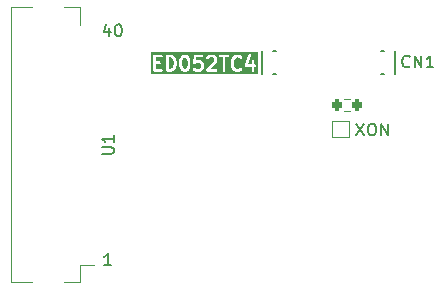
<source format=gto>
%TF.GenerationSoftware,KiCad,Pcbnew,7.0.11-7.0.11~ubuntu22.04.1*%
%TF.CreationDate,2024-12-09T17:56:29+01:00*%
%TF.ProjectId,40_to_WP27D-P050VA3,34305f74-6f5f-4575-9032-37442d503035,rev?*%
%TF.SameCoordinates,Original*%
%TF.FileFunction,Legend,Top*%
%TF.FilePolarity,Positive*%
%FSLAX46Y46*%
G04 Gerber Fmt 4.6, Leading zero omitted, Abs format (unit mm)*
G04 Created by KiCad (PCBNEW 7.0.11-7.0.11~ubuntu22.04.1) date 2024-12-09 17:56:29*
%MOMM*%
%LPD*%
G01*
G04 APERTURE LIST*
G04 Aperture macros list*
%AMRoundRect*
0 Rectangle with rounded corners*
0 $1 Rounding radius*
0 $2 $3 $4 $5 $6 $7 $8 $9 X,Y pos of 4 corners*
0 Add a 4 corners polygon primitive as box body*
4,1,4,$2,$3,$4,$5,$6,$7,$8,$9,$2,$3,0*
0 Add four circle primitives for the rounded corners*
1,1,$1+$1,$2,$3*
1,1,$1+$1,$4,$5*
1,1,$1+$1,$6,$7*
1,1,$1+$1,$8,$9*
0 Add four rect primitives between the rounded corners*
20,1,$1+$1,$2,$3,$4,$5,0*
20,1,$1+$1,$4,$5,$6,$7,0*
20,1,$1+$1,$6,$7,$8,$9,0*
20,1,$1+$1,$8,$9,$2,$3,0*%
G04 Aperture macros list end*
%ADD10C,0.150000*%
%ADD11C,0.240000*%
%ADD12C,0.120000*%
%ADD13R,1.000000X1.000000*%
%ADD14RoundRect,0.200000X-0.200000X-0.275000X0.200000X-0.275000X0.200000X0.275000X-0.200000X0.275000X0*%
%ADD15R,1.300000X0.300000*%
%ADD16R,2.200000X1.800000*%
%ADD17R,0.150000X0.400000*%
%ADD18R,0.600000X0.300000*%
G04 APERTURE END LIST*
D10*
X43901541Y-22159819D02*
X44568207Y-23159819D01*
X44568207Y-22159819D02*
X43901541Y-23159819D01*
X45139636Y-22159819D02*
X45330112Y-22159819D01*
X45330112Y-22159819D02*
X45425350Y-22207438D01*
X45425350Y-22207438D02*
X45520588Y-22302676D01*
X45520588Y-22302676D02*
X45568207Y-22493152D01*
X45568207Y-22493152D02*
X45568207Y-22826485D01*
X45568207Y-22826485D02*
X45520588Y-23016961D01*
X45520588Y-23016961D02*
X45425350Y-23112200D01*
X45425350Y-23112200D02*
X45330112Y-23159819D01*
X45330112Y-23159819D02*
X45139636Y-23159819D01*
X45139636Y-23159819D02*
X45044398Y-23112200D01*
X45044398Y-23112200D02*
X44949160Y-23016961D01*
X44949160Y-23016961D02*
X44901541Y-22826485D01*
X44901541Y-22826485D02*
X44901541Y-22493152D01*
X44901541Y-22493152D02*
X44949160Y-22302676D01*
X44949160Y-22302676D02*
X45044398Y-22207438D01*
X45044398Y-22207438D02*
X45139636Y-22159819D01*
X45996779Y-23159819D02*
X45996779Y-22159819D01*
X45996779Y-22159819D02*
X46568207Y-23159819D01*
X46568207Y-23159819D02*
X46568207Y-22159819D01*
X23150588Y-34149819D02*
X22579160Y-34149819D01*
X22864874Y-34149819D02*
X22864874Y-33149819D01*
X22864874Y-33149819D02*
X22769636Y-33292676D01*
X22769636Y-33292676D02*
X22674398Y-33387914D01*
X22674398Y-33387914D02*
X22579160Y-33435533D01*
X22995350Y-14083152D02*
X22995350Y-14749819D01*
X22757255Y-13702200D02*
X22519160Y-14416485D01*
X22519160Y-14416485D02*
X23138207Y-14416485D01*
X23709636Y-13749819D02*
X23804874Y-13749819D01*
X23804874Y-13749819D02*
X23900112Y-13797438D01*
X23900112Y-13797438D02*
X23947731Y-13845057D01*
X23947731Y-13845057D02*
X23995350Y-13940295D01*
X23995350Y-13940295D02*
X24042969Y-14130771D01*
X24042969Y-14130771D02*
X24042969Y-14368866D01*
X24042969Y-14368866D02*
X23995350Y-14559342D01*
X23995350Y-14559342D02*
X23947731Y-14654580D01*
X23947731Y-14654580D02*
X23900112Y-14702200D01*
X23900112Y-14702200D02*
X23804874Y-14749819D01*
X23804874Y-14749819D02*
X23709636Y-14749819D01*
X23709636Y-14749819D02*
X23614398Y-14702200D01*
X23614398Y-14702200D02*
X23566779Y-14654580D01*
X23566779Y-14654580D02*
X23519160Y-14559342D01*
X23519160Y-14559342D02*
X23471541Y-14368866D01*
X23471541Y-14368866D02*
X23471541Y-14130771D01*
X23471541Y-14130771D02*
X23519160Y-13940295D01*
X23519160Y-13940295D02*
X23566779Y-13845057D01*
X23566779Y-13845057D02*
X23614398Y-13797438D01*
X23614398Y-13797438D02*
X23709636Y-13749819D01*
D11*
G36*
X28301643Y-16602688D02*
G01*
X28382126Y-16683172D01*
X28424671Y-16768261D01*
X28475036Y-16969721D01*
X28475036Y-17111604D01*
X28424671Y-17313064D01*
X28382126Y-17398152D01*
X28301643Y-17478636D01*
X28175563Y-17520662D01*
X28029322Y-17520662D01*
X28029322Y-16560662D01*
X28175563Y-16560662D01*
X28301643Y-16602688D01*
G37*
G36*
X29495380Y-16596426D02*
G01*
X29524984Y-16626030D01*
X29567528Y-16711119D01*
X29617893Y-16912578D01*
X29617893Y-17168747D01*
X29567528Y-17370205D01*
X29524984Y-17455294D01*
X29495382Y-17484896D01*
X29423850Y-17520662D01*
X29366221Y-17520662D01*
X29294692Y-17484898D01*
X29265086Y-17455292D01*
X29222544Y-17370207D01*
X29172179Y-17168747D01*
X29172179Y-16912577D01*
X29222544Y-16711117D01*
X29265086Y-16626032D01*
X29294692Y-16596426D01*
X29366221Y-16560662D01*
X29423851Y-16560662D01*
X29495380Y-16596426D01*
G37*
G36*
X35628101Y-17932091D02*
G01*
X26532179Y-17932091D01*
X26532179Y-17640662D01*
X26703608Y-17640662D01*
X26706076Y-17649067D01*
X26704829Y-17657740D01*
X26715454Y-17681005D01*
X26722658Y-17705539D01*
X26729278Y-17711275D01*
X26732918Y-17719245D01*
X26754430Y-17733070D01*
X26773758Y-17749818D01*
X26782430Y-17751064D01*
X26789800Y-17755801D01*
X26823608Y-17760662D01*
X27395036Y-17760662D01*
X27459913Y-17741612D01*
X27504192Y-17690512D01*
X27511360Y-17640662D01*
X27789322Y-17640662D01*
X27791790Y-17649067D01*
X27790543Y-17657740D01*
X27801168Y-17681005D01*
X27808372Y-17705539D01*
X27814992Y-17711275D01*
X27818632Y-17719245D01*
X27840144Y-17733070D01*
X27859472Y-17749818D01*
X27868144Y-17751064D01*
X27875514Y-17755801D01*
X27909322Y-17760662D01*
X28195036Y-17760662D01*
X28197194Y-17760028D01*
X28199372Y-17760583D01*
X28232983Y-17754504D01*
X28404412Y-17697362D01*
X28413345Y-17691153D01*
X28423975Y-17688841D01*
X28451318Y-17668372D01*
X28565603Y-17554087D01*
X28566680Y-17552113D01*
X28568614Y-17550965D01*
X28588081Y-17522900D01*
X28645224Y-17408613D01*
X28645968Y-17404473D01*
X28654310Y-17384052D01*
X28704443Y-17183520D01*
X28932179Y-17183520D01*
X28933098Y-17186652D01*
X28935762Y-17212624D01*
X28992905Y-17441196D01*
X28995035Y-17444826D01*
X29001991Y-17465757D01*
X29059134Y-17580043D01*
X29060666Y-17581690D01*
X29061144Y-17583887D01*
X29081612Y-17611230D01*
X29138755Y-17668373D01*
X29140730Y-17669451D01*
X29141878Y-17671384D01*
X29169943Y-17690851D01*
X29284227Y-17747993D01*
X29294933Y-17749919D01*
X29304085Y-17755801D01*
X29337893Y-17760662D01*
X29452179Y-17760662D01*
X29462616Y-17757597D01*
X29473431Y-17758765D01*
X29505844Y-17747994D01*
X29620130Y-17690852D01*
X29621778Y-17689318D01*
X29623975Y-17688841D01*
X29651318Y-17668373D01*
X29708461Y-17611230D01*
X29709539Y-17609255D01*
X29711473Y-17608107D01*
X29730940Y-17580042D01*
X29762052Y-17517816D01*
X30075342Y-17517816D01*
X30089715Y-17583887D01*
X30110183Y-17611230D01*
X30167326Y-17668373D01*
X30169300Y-17669451D01*
X30170449Y-17671385D01*
X30198514Y-17690852D01*
X30312800Y-17747994D01*
X30323506Y-17749920D01*
X30332657Y-17755801D01*
X30366465Y-17760662D01*
X30652179Y-17760662D01*
X30662616Y-17757597D01*
X30673431Y-17758765D01*
X30705844Y-17747994D01*
X30820130Y-17690852D01*
X30821777Y-17689319D01*
X30823976Y-17688841D01*
X30851319Y-17668372D01*
X30861951Y-17657740D01*
X31161971Y-17657740D01*
X31167386Y-17669597D01*
X31168316Y-17682598D01*
X31181157Y-17699752D01*
X31190060Y-17719245D01*
X31201025Y-17726292D01*
X31208837Y-17736727D01*
X31228914Y-17744215D01*
X31246942Y-17755801D01*
X31268153Y-17758850D01*
X31272189Y-17760356D01*
X31274748Y-17759799D01*
X31280750Y-17760662D01*
X32023607Y-17760662D01*
X32088484Y-17741612D01*
X32132763Y-17690512D01*
X32142386Y-17623584D01*
X32114297Y-17562079D01*
X32057415Y-17525523D01*
X32023607Y-17520662D01*
X31570456Y-17520662D01*
X32051317Y-17039801D01*
X32056531Y-17030251D01*
X32065003Y-17023431D01*
X32080306Y-16992896D01*
X32137449Y-16821468D01*
X32137530Y-16819219D01*
X32138746Y-16817328D01*
X32143607Y-16783520D01*
X32143607Y-16669234D01*
X32140542Y-16658796D01*
X32141710Y-16647981D01*
X32130938Y-16615569D01*
X32073795Y-16501282D01*
X32072263Y-16499635D01*
X32071786Y-16497439D01*
X32051318Y-16470096D01*
X32038962Y-16457740D01*
X32247685Y-16457740D01*
X32275774Y-16519245D01*
X32332656Y-16555801D01*
X32366464Y-16560662D01*
X32589321Y-16560662D01*
X32589321Y-17640662D01*
X32608371Y-17705539D01*
X32659471Y-17749818D01*
X32726399Y-17759441D01*
X32787904Y-17731352D01*
X32824460Y-17674470D01*
X32829321Y-17640662D01*
X32829321Y-17126377D01*
X33275036Y-17126377D01*
X33275955Y-17129509D01*
X33278619Y-17155481D01*
X33335762Y-17384053D01*
X33337892Y-17387683D01*
X33344848Y-17408614D01*
X33401991Y-17522900D01*
X33403522Y-17524545D01*
X33404000Y-17526743D01*
X33424469Y-17554086D01*
X33538754Y-17668372D01*
X33548300Y-17673584D01*
X33555124Y-17682060D01*
X33585660Y-17697362D01*
X33757090Y-17754504D01*
X33759336Y-17754585D01*
X33761228Y-17755801D01*
X33795036Y-17760662D01*
X33909322Y-17760662D01*
X33911480Y-17760028D01*
X33913659Y-17760583D01*
X33947269Y-17754504D01*
X34118697Y-17697362D01*
X34127630Y-17691153D01*
X34138260Y-17688841D01*
X34165603Y-17668373D01*
X34222746Y-17611230D01*
X34255150Y-17551885D01*
X34250327Y-17484442D01*
X34209806Y-17430312D01*
X34146454Y-17406683D01*
X34080383Y-17421056D01*
X34053040Y-17441524D01*
X34015927Y-17478636D01*
X33889849Y-17520662D01*
X33814509Y-17520662D01*
X33688429Y-17478636D01*
X33607944Y-17398151D01*
X33565401Y-17313064D01*
X33551570Y-17257740D01*
X34476257Y-17257740D01*
X34478988Y-17263720D01*
X34478751Y-17270287D01*
X34492853Y-17294081D01*
X34504346Y-17319245D01*
X34509874Y-17322797D01*
X34513226Y-17328453D01*
X34537962Y-17340848D01*
X34561228Y-17355801D01*
X34570443Y-17357125D01*
X34573676Y-17358746D01*
X34578281Y-17358252D01*
X34595036Y-17360662D01*
X35046465Y-17360662D01*
X35046465Y-17640662D01*
X35065515Y-17705539D01*
X35116615Y-17749818D01*
X35183543Y-17759441D01*
X35245048Y-17731352D01*
X35281604Y-17674470D01*
X35286465Y-17640662D01*
X35286465Y-17360662D01*
X35337893Y-17360662D01*
X35402770Y-17341612D01*
X35447049Y-17290512D01*
X35456672Y-17223584D01*
X35428583Y-17162079D01*
X35371701Y-17125523D01*
X35337893Y-17120662D01*
X35286465Y-17120662D01*
X35286465Y-16840662D01*
X35267415Y-16775785D01*
X35216315Y-16731506D01*
X35149387Y-16721883D01*
X35087882Y-16749972D01*
X35051326Y-16806854D01*
X35046465Y-16840662D01*
X35046465Y-17120662D01*
X34761527Y-17120662D01*
X34994592Y-16421467D01*
X34997035Y-16353895D01*
X34962560Y-16295729D01*
X34902110Y-16265436D01*
X34834878Y-16272634D01*
X34782211Y-16315037D01*
X34766908Y-16345573D01*
X34481194Y-17202715D01*
X34480194Y-17230352D01*
X34476257Y-17257740D01*
X33551570Y-17257740D01*
X33515036Y-17111604D01*
X33515036Y-16969720D01*
X33565401Y-16768260D01*
X33607944Y-16683173D01*
X33688429Y-16602688D01*
X33814509Y-16560662D01*
X33889848Y-16560662D01*
X34015927Y-16602688D01*
X34053040Y-16639801D01*
X34112385Y-16672205D01*
X34179828Y-16667382D01*
X34233958Y-16626861D01*
X34257587Y-16563509D01*
X34243214Y-16497438D01*
X34222746Y-16470095D01*
X34165603Y-16412952D01*
X34156053Y-16407738D01*
X34149233Y-16399266D01*
X34118697Y-16383963D01*
X33947270Y-16326820D01*
X33945021Y-16326738D01*
X33943130Y-16325523D01*
X33909322Y-16320662D01*
X33795036Y-16320662D01*
X33792877Y-16321295D01*
X33790699Y-16320741D01*
X33757089Y-16326820D01*
X33585660Y-16383963D01*
X33576726Y-16390171D01*
X33566097Y-16392484D01*
X33538754Y-16412953D01*
X33424469Y-16527239D01*
X33423392Y-16529211D01*
X33421458Y-16530360D01*
X33401991Y-16558425D01*
X33344848Y-16672711D01*
X33344102Y-16676854D01*
X33335762Y-16697272D01*
X33278619Y-16925844D01*
X33278751Y-16929106D01*
X33275036Y-16954948D01*
X33275036Y-17126377D01*
X32829321Y-17126377D01*
X32829321Y-16560662D01*
X33052179Y-16560662D01*
X33117056Y-16541612D01*
X33161335Y-16490512D01*
X33170958Y-16423584D01*
X33142869Y-16362079D01*
X33085987Y-16325523D01*
X33052179Y-16320662D01*
X32366464Y-16320662D01*
X32301587Y-16339712D01*
X32257308Y-16390812D01*
X32247685Y-16457740D01*
X32038962Y-16457740D01*
X31994176Y-16412953D01*
X31992201Y-16411874D01*
X31991053Y-16409941D01*
X31962988Y-16390474D01*
X31848702Y-16333331D01*
X31837995Y-16331404D01*
X31828844Y-16325523D01*
X31795036Y-16320662D01*
X31509322Y-16320662D01*
X31498884Y-16323726D01*
X31488069Y-16322559D01*
X31455657Y-16333331D01*
X31341370Y-16390474D01*
X31339722Y-16392006D01*
X31337526Y-16392484D01*
X31310183Y-16412952D01*
X31253040Y-16470095D01*
X31220636Y-16529441D01*
X31225459Y-16596884D01*
X31265980Y-16651013D01*
X31329332Y-16674642D01*
X31395403Y-16660269D01*
X31422746Y-16639801D01*
X31466120Y-16596427D01*
X31537650Y-16560662D01*
X31766708Y-16560662D01*
X31838237Y-16596426D01*
X31867841Y-16626030D01*
X31903607Y-16697562D01*
X31903607Y-16764046D01*
X31861580Y-16890125D01*
X31195897Y-17555809D01*
X31185627Y-17574616D01*
X31171594Y-17590812D01*
X31169738Y-17603716D01*
X31163493Y-17615155D01*
X31165021Y-17636525D01*
X31161971Y-17657740D01*
X30861951Y-17657740D01*
X30908461Y-17611229D01*
X30909538Y-17609255D01*
X30911471Y-17608108D01*
X30930938Y-17580043D01*
X30988081Y-17465756D01*
X30990007Y-17455050D01*
X30995889Y-17445899D01*
X31000750Y-17412091D01*
X31000750Y-17126377D01*
X30997685Y-17115939D01*
X30998853Y-17105124D01*
X30988081Y-17072712D01*
X30930938Y-16958425D01*
X30929406Y-16956778D01*
X30928929Y-16954582D01*
X30908461Y-16927239D01*
X30851319Y-16870096D01*
X30849344Y-16869017D01*
X30848196Y-16867084D01*
X30820131Y-16847617D01*
X30705845Y-16790474D01*
X30695138Y-16788547D01*
X30685987Y-16782666D01*
X30652179Y-16777805D01*
X30366465Y-16777805D01*
X30356027Y-16780869D01*
X30345212Y-16779702D01*
X30338655Y-16781881D01*
X30360777Y-16560662D01*
X30823607Y-16560662D01*
X30888484Y-16541612D01*
X30932763Y-16490512D01*
X30942386Y-16423584D01*
X30914297Y-16362079D01*
X30857415Y-16325523D01*
X30823607Y-16320662D01*
X30252179Y-16320662D01*
X30249608Y-16321416D01*
X30247005Y-16320773D01*
X30217349Y-16330888D01*
X30187302Y-16339712D01*
X30185546Y-16341737D01*
X30183010Y-16342603D01*
X30163537Y-16367136D01*
X30143023Y-16390812D01*
X30142641Y-16393465D01*
X30140975Y-16395565D01*
X30132775Y-16428722D01*
X30075632Y-17000151D01*
X30080661Y-17026888D01*
X30082602Y-17054027D01*
X30086827Y-17059671D01*
X30088131Y-17066601D01*
X30106819Y-17086376D01*
X30123123Y-17108156D01*
X30129728Y-17110619D01*
X30134572Y-17115745D01*
X30160987Y-17122278D01*
X30186475Y-17131785D01*
X30193363Y-17130286D01*
X30200210Y-17131980D01*
X30225965Y-17123194D01*
X30252546Y-17117412D01*
X30260608Y-17111376D01*
X30264205Y-17110150D01*
X30267070Y-17106539D01*
X30279889Y-17096944D01*
X30323263Y-17053570D01*
X30394793Y-17017805D01*
X30623851Y-17017805D01*
X30695380Y-17053569D01*
X30724984Y-17083173D01*
X30760750Y-17154705D01*
X30760750Y-17383763D01*
X30724984Y-17455295D01*
X30695382Y-17484896D01*
X30623850Y-17520662D01*
X30394794Y-17520662D01*
X30323261Y-17484896D01*
X30279889Y-17441524D01*
X30220543Y-17409120D01*
X30153100Y-17413943D01*
X30098971Y-17454464D01*
X30075342Y-17517816D01*
X29762052Y-17517816D01*
X29788082Y-17465756D01*
X29788827Y-17461612D01*
X29797167Y-17441195D01*
X29854310Y-17212624D01*
X29854177Y-17209361D01*
X29857893Y-17183520D01*
X29857893Y-16897805D01*
X29856973Y-16894672D01*
X29854310Y-16868701D01*
X29797167Y-16640130D01*
X29795037Y-16636500D01*
X29788082Y-16615569D01*
X29730940Y-16501283D01*
X29729406Y-16499634D01*
X29728929Y-16497438D01*
X29708461Y-16470095D01*
X29651318Y-16412952D01*
X29649344Y-16411874D01*
X29648196Y-16409941D01*
X29620131Y-16390474D01*
X29505845Y-16333331D01*
X29495138Y-16331404D01*
X29485987Y-16325523D01*
X29452179Y-16320662D01*
X29337893Y-16320662D01*
X29327455Y-16323726D01*
X29316640Y-16322559D01*
X29284227Y-16333331D01*
X29169942Y-16390474D01*
X29168294Y-16392006D01*
X29166098Y-16392484D01*
X29138755Y-16412952D01*
X29081612Y-16470095D01*
X29080534Y-16472068D01*
X29078601Y-16473217D01*
X29059134Y-16501282D01*
X29001991Y-16615568D01*
X29001245Y-16619711D01*
X28992905Y-16640129D01*
X28935762Y-16868701D01*
X28935894Y-16871963D01*
X28932179Y-16897805D01*
X28932179Y-17183520D01*
X28704443Y-17183520D01*
X28711453Y-17155481D01*
X28711320Y-17152218D01*
X28715036Y-17126377D01*
X28715036Y-16954948D01*
X28714116Y-16951815D01*
X28711453Y-16925844D01*
X28654310Y-16697273D01*
X28652180Y-16693643D01*
X28645224Y-16672712D01*
X28588081Y-16558425D01*
X28586549Y-16556779D01*
X28586072Y-16554582D01*
X28565603Y-16527238D01*
X28451318Y-16412953D01*
X28441770Y-16407739D01*
X28434948Y-16399266D01*
X28404412Y-16383963D01*
X28232983Y-16326820D01*
X28230735Y-16326738D01*
X28228844Y-16325523D01*
X28195036Y-16320662D01*
X27909322Y-16320662D01*
X27900916Y-16323130D01*
X27892244Y-16321883D01*
X27868978Y-16332508D01*
X27844445Y-16339712D01*
X27838708Y-16346332D01*
X27830739Y-16349972D01*
X27816913Y-16371484D01*
X27800166Y-16390812D01*
X27798919Y-16399484D01*
X27794183Y-16406854D01*
X27789322Y-16440662D01*
X27789322Y-17640662D01*
X27511360Y-17640662D01*
X27513815Y-17623584D01*
X27485726Y-17562079D01*
X27428844Y-17525523D01*
X27395036Y-17520662D01*
X26943608Y-17520662D01*
X26943608Y-17132091D01*
X27223608Y-17132091D01*
X27288485Y-17113041D01*
X27332764Y-17061941D01*
X27342387Y-16995013D01*
X27314298Y-16933508D01*
X27257416Y-16896952D01*
X27223608Y-16892091D01*
X26943608Y-16892091D01*
X26943608Y-16560662D01*
X27395036Y-16560662D01*
X27459913Y-16541612D01*
X27504192Y-16490512D01*
X27513815Y-16423584D01*
X27485726Y-16362079D01*
X27428844Y-16325523D01*
X27395036Y-16320662D01*
X26823608Y-16320662D01*
X26815202Y-16323130D01*
X26806530Y-16321883D01*
X26783264Y-16332508D01*
X26758731Y-16339712D01*
X26752994Y-16346332D01*
X26745025Y-16349972D01*
X26731199Y-16371484D01*
X26714452Y-16390812D01*
X26713205Y-16399484D01*
X26708469Y-16406854D01*
X26703608Y-16440662D01*
X26703608Y-17640662D01*
X26532179Y-17640662D01*
X26532179Y-16094007D01*
X35628101Y-16094007D01*
X35628101Y-17932091D01*
G37*
D10*
X22354819Y-24711904D02*
X23164342Y-24711904D01*
X23164342Y-24711904D02*
X23259580Y-24664285D01*
X23259580Y-24664285D02*
X23307200Y-24616666D01*
X23307200Y-24616666D02*
X23354819Y-24521428D01*
X23354819Y-24521428D02*
X23354819Y-24330952D01*
X23354819Y-24330952D02*
X23307200Y-24235714D01*
X23307200Y-24235714D02*
X23259580Y-24188095D01*
X23259580Y-24188095D02*
X23164342Y-24140476D01*
X23164342Y-24140476D02*
X22354819Y-24140476D01*
X23354819Y-23140476D02*
X23354819Y-23711904D01*
X23354819Y-23426190D02*
X22354819Y-23426190D01*
X22354819Y-23426190D02*
X22497676Y-23521428D01*
X22497676Y-23521428D02*
X22592914Y-23616666D01*
X22592914Y-23616666D02*
X22640533Y-23711904D01*
X48429523Y-17299580D02*
X48381904Y-17347200D01*
X48381904Y-17347200D02*
X48239047Y-17394819D01*
X48239047Y-17394819D02*
X48143809Y-17394819D01*
X48143809Y-17394819D02*
X48000952Y-17347200D01*
X48000952Y-17347200D02*
X47905714Y-17251961D01*
X47905714Y-17251961D02*
X47858095Y-17156723D01*
X47858095Y-17156723D02*
X47810476Y-16966247D01*
X47810476Y-16966247D02*
X47810476Y-16823390D01*
X47810476Y-16823390D02*
X47858095Y-16632914D01*
X47858095Y-16632914D02*
X47905714Y-16537676D01*
X47905714Y-16537676D02*
X48000952Y-16442438D01*
X48000952Y-16442438D02*
X48143809Y-16394819D01*
X48143809Y-16394819D02*
X48239047Y-16394819D01*
X48239047Y-16394819D02*
X48381904Y-16442438D01*
X48381904Y-16442438D02*
X48429523Y-16490057D01*
X48858095Y-17394819D02*
X48858095Y-16394819D01*
X48858095Y-16394819D02*
X49429523Y-17394819D01*
X49429523Y-17394819D02*
X49429523Y-16394819D01*
X50429523Y-17394819D02*
X49858095Y-17394819D01*
X50143809Y-17394819D02*
X50143809Y-16394819D01*
X50143809Y-16394819D02*
X50048571Y-16537676D01*
X50048571Y-16537676D02*
X49953333Y-16632914D01*
X49953333Y-16632914D02*
X49858095Y-16680533D01*
D12*
%TO.C,TP1*%
X41860000Y-23320000D02*
X41860000Y-21920000D01*
X43260000Y-21920000D02*
X43260000Y-23320000D01*
X41860000Y-21920000D02*
X43260000Y-21920000D01*
X43260000Y-23320000D02*
X41860000Y-23320000D01*
%TO.C,R1*%
X42872742Y-21082500D02*
X43347258Y-21082500D01*
X42872742Y-20037500D02*
X43347258Y-20037500D01*
%TO.C,U1*%
X20500000Y-12300000D02*
X19160000Y-12300000D01*
X14700000Y-12300000D02*
X16440000Y-12300000D01*
X20500000Y-13790000D02*
X20500000Y-12300000D01*
X20500000Y-34110000D02*
X21700000Y-34110000D01*
X20500000Y-34110000D02*
X20500000Y-35600000D01*
X20500000Y-35600000D02*
X19160000Y-35600000D01*
X16440000Y-35600000D02*
X14700000Y-35600000D01*
X14700000Y-35600000D02*
X14700000Y-12300000D01*
D10*
%TO.C,CN1*%
X35900000Y-16020000D02*
X35930000Y-16020000D01*
X35900000Y-17920000D02*
X35900000Y-16020000D01*
X35930000Y-17920000D02*
X35900000Y-17920000D01*
X36890000Y-16020000D02*
X37080000Y-16020000D01*
X37080000Y-17920000D02*
X36890000Y-17920000D01*
X46040000Y-16020000D02*
X46230000Y-16020000D01*
X46230000Y-17920000D02*
X46040000Y-17920000D01*
X47190000Y-16020000D02*
X47220000Y-16020000D01*
X47220000Y-16020000D02*
X47220000Y-17920000D01*
X47220000Y-17920000D02*
X47190000Y-17920000D01*
%TD*%
%LPC*%
D13*
%TO.C,TP1*%
X42560000Y-22620000D03*
%TD*%
D14*
%TO.C,R1*%
X42285000Y-20560000D03*
X43935000Y-20560000D03*
%TD*%
D15*
%TO.C,U1*%
X21050000Y-33700000D03*
X21050000Y-33200000D03*
X21050000Y-32700000D03*
X21050000Y-32200000D03*
X21050000Y-31700000D03*
X21050000Y-31200000D03*
X21050000Y-30700000D03*
X21050000Y-30200000D03*
X21050000Y-29700000D03*
X21050000Y-29200000D03*
X21050000Y-28700000D03*
X21050000Y-28200000D03*
X21050000Y-27700000D03*
X21050000Y-27200000D03*
X21050000Y-26700000D03*
X21050000Y-26200000D03*
X21050000Y-25700000D03*
X21050000Y-25200000D03*
X21050000Y-24700000D03*
X21050000Y-24200000D03*
X21050000Y-23700000D03*
X21050000Y-23200000D03*
X21050000Y-22700000D03*
X21050000Y-22200000D03*
X21050000Y-21700000D03*
X21050000Y-21200000D03*
X21050000Y-20700000D03*
X21050000Y-20200000D03*
X21050000Y-19700000D03*
X21050000Y-19200000D03*
X21050000Y-18700000D03*
X21050000Y-18200000D03*
X21050000Y-17700000D03*
X21050000Y-17200000D03*
X21050000Y-16700000D03*
X21050000Y-16200000D03*
X21050000Y-15700000D03*
X21050000Y-15200000D03*
X21050000Y-14700000D03*
X21050000Y-14200000D03*
D16*
X17800000Y-12300000D03*
X17800000Y-35600000D03*
%TD*%
D17*
%TO.C,CN1*%
X37360000Y-16060000D03*
X37710000Y-16060000D03*
X38060000Y-16060000D03*
X38410000Y-16060000D03*
X38760000Y-16060000D03*
X39110000Y-16060000D03*
X39460000Y-16060000D03*
X39810000Y-16060000D03*
X40160000Y-16060000D03*
X40510000Y-16060000D03*
X40860000Y-16060000D03*
X41210000Y-16060000D03*
X41560000Y-16060000D03*
X41910000Y-16060000D03*
X42260000Y-16060000D03*
X42610000Y-16060000D03*
X42960000Y-16060000D03*
X43310000Y-16060000D03*
X43660000Y-16060000D03*
X44010000Y-16060000D03*
X44360000Y-16060000D03*
X44710000Y-16060000D03*
X45060000Y-16060000D03*
X45410000Y-16060000D03*
X45760000Y-16060000D03*
X45760000Y-17880000D03*
X45410000Y-17880000D03*
X45060000Y-17880000D03*
X44710000Y-17880000D03*
X44360000Y-17880000D03*
X44010000Y-17880000D03*
X43660000Y-17880000D03*
X43310000Y-17880000D03*
X42960000Y-17880000D03*
X42610000Y-17880000D03*
X42260000Y-17880000D03*
X41910000Y-17880000D03*
X41560000Y-17880000D03*
X41210000Y-17880000D03*
X40860000Y-17880000D03*
X40510000Y-17880000D03*
X40160000Y-17880000D03*
X39810000Y-17880000D03*
X39460000Y-17880000D03*
X39110000Y-17880000D03*
X38760000Y-17880000D03*
X38410000Y-17880000D03*
X38060000Y-17880000D03*
X37710000Y-17880000D03*
X37360000Y-17880000D03*
D18*
X46710000Y-16080000D03*
X46710000Y-17860000D03*
X36410000Y-17860000D03*
X36410000Y-16080000D03*
%TD*%
%LPD*%
M02*

</source>
